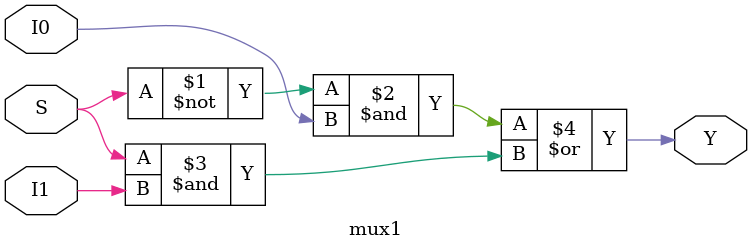
<source format=v>
module mux1(S,I0,I1,Y);
input S,I0,I1;
output Y;
assign Y = ((~S)&I0) | (S & I1);
endmodule

</source>
